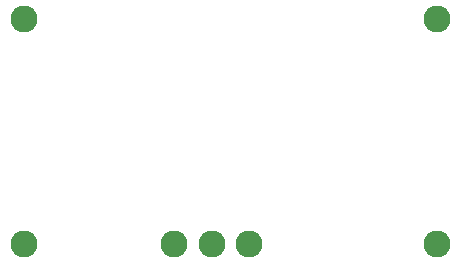
<source format=gtp>
G75*
%MOIN*%
%OFA0B0*%
%FSLAX24Y24*%
%IPPOS*%
%LPD*%
%AMOC8*
5,1,8,0,0,1.08239X$1,22.5*
%
%ADD10C,0.0900*%
D10*
X012208Y011333D03*
X017208Y011333D03*
X018458Y011333D03*
X019708Y011333D03*
X025958Y011333D03*
X025958Y018833D03*
X012208Y018833D03*
M02*

</source>
